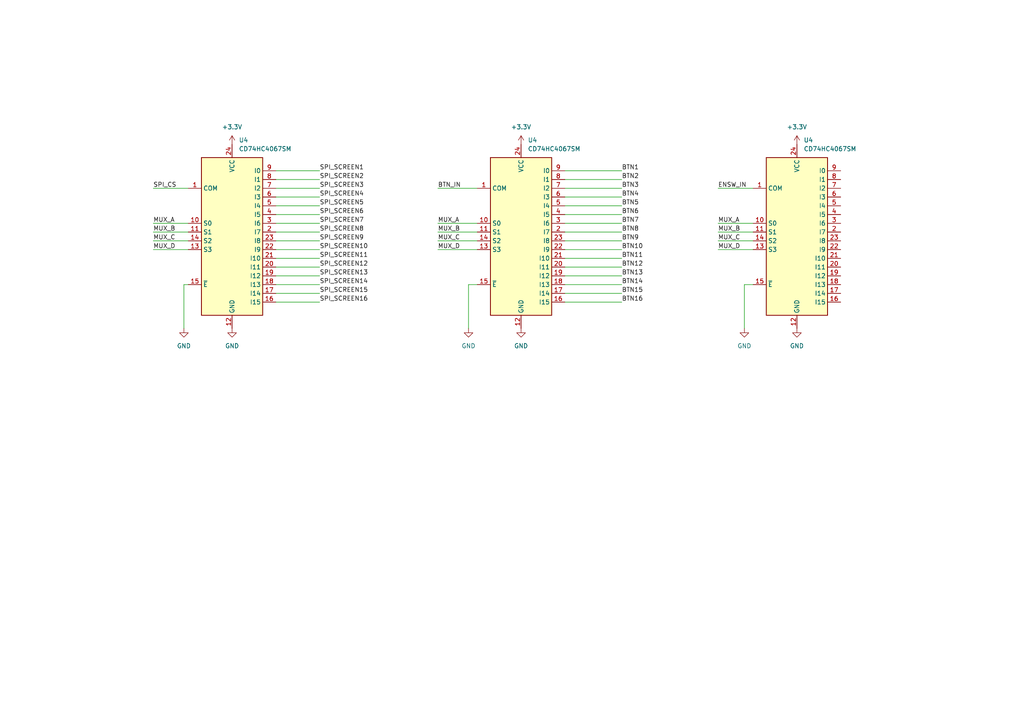
<source format=kicad_sch>
(kicad_sch (version 20230121) (generator eeschema)
  (paper "A4")
  (lib_symbols
    (symbol "74xx:CD74HC4067SM"
      (property "Reference" "U" (at -8.89 22.86 0))
      (property "Value" "CD74HC4067SM" (at 1.27 22.86 0))
      (symbol "CD74HC4067SM_0_1"
        (rectangle (start -8.89 21.59) (end 8.89 -24.13) (stroke (width 0.254)) (fill (type background)))
      )
      (symbol "CD74HC4067SM_1_1"
        (pin passive line (at -12.7 12.7 0) (length 3.81) (name "COM") (number "1"))
        (pin input line (at -12.7 2.54 0) (length 3.81) (name "S0") (number "10"))
        (pin input line (at -12.7 0 0) (length 3.81) (name "S1") (number "11"))
        (pin power_in line (at 0 -27.94 90) (length 3.81) (name "GND") (number "12"))
        (pin input line (at -12.7 -5.08 0) (length 3.81) (name "S3") (number "13"))
        (pin input line (at -12.7 -2.54 0) (length 3.81) (name "S2") (number "14"))
        (pin input line (at -12.7 -15.24 0) (length 3.81) (name "~{E}") (number "15"))
        (pin passive line (at 12.7 -20.32 180) (length 3.81) (name "I15") (number "16"))
        (pin passive line (at 12.7 -17.78 180) (length 3.81) (name "I14") (number "17"))
        (pin passive line (at 12.7 -15.24 180) (length 3.81) (name "I13") (number "18"))
        (pin passive line (at 12.7 -12.7 180) (length 3.81) (name "I12") (number "19"))
        (pin passive line (at 12.7 0 180) (length 3.81) (name "I7") (number "2"))
        (pin passive line (at 12.7 -10.16 180) (length 3.81) (name "I11") (number "20"))
        (pin passive line (at 12.7 -7.62 180) (length 3.81) (name "I10") (number "21"))
        (pin passive line (at 12.7 -5.08 180) (length 3.81) (name "I9") (number "22"))
        (pin passive line (at 12.7 -2.54 180) (length 3.81) (name "I8") (number "23"))
        (pin power_in line (at 0 25.4 270) (length 3.81) (name "VCC") (number "24"))
        (pin passive line (at 12.7 2.54 180) (length 3.81) (name "I6") (number "3"))
        (pin passive line (at 12.7 5.08 180) (length 3.81) (name "I5") (number "4"))
        (pin passive line (at 12.7 7.62 180) (length 3.81) (name "I4") (number "5"))
        (pin passive line (at 12.7 10.16 180) (length 3.81) (name "I3") (number "6"))
        (pin passive line (at 12.7 12.7 180) (length 3.81) (name "I2") (number "7"))
        (pin passive line (at 12.7 15.24 180) (length 3.81) (name "I1") (number "8"))
        (pin passive line (at 12.7 17.78 180) (length 3.81) (name "I0") (number "9"))
      )
    )
    (symbol "power:+3.3V" (power) (pin_names (offset 0))
      (property "Value" "+3.3V" (at 0 3.556 0))
      (symbol "+3.3V_0_1"
        (polyline (pts (xy -0.762 1.27) (xy 0 2.54)))
        (polyline (pts (xy 0 0) (xy 0 2.54)))
        (polyline (pts (xy 0 2.54) (xy 0.762 1.27)))
      )
      (symbol "+3.3V_1_1"
        (pin power_in line (at 0 0 90) (length 0) hide (name "+3.3V") (number "1"))
      )
    )
    (symbol "power:GND" (power) (pin_names (offset 0))
      (property "Value" "GND" (at 0 -3.81 0))
      (symbol "GND_0_1"
        (polyline (pts (xy 0 0) (xy 0 -1.27) (xy 1.27 -1.27) (xy 0 -2.54) (xy -1.27 -1.27) (xy 0 -1.27)))
      )
      (symbol "GND_1_1"
        (pin power_in line (at 0 0 270) (length 0) hide (name "GND") (number "1"))
      )
    )
  )
  (wire (pts (xy 80.01 67.31) (xy 92.71 67.31)))
  (wire (pts (xy 135.89 82.55) (xy 135.89 95.25)))
  (wire (pts (xy 163.83 80.01) (xy 180.34 80.01)))
  (wire (pts (xy 80.01 64.77) (xy 92.71 64.77)))
  (wire (pts (xy 163.83 64.77) (xy 180.34 64.77)))
  (wire (pts (xy 80.01 87.63) (xy 92.71 87.63)))
  (wire (pts (xy 163.83 85.09) (xy 180.34 85.09)))
  (wire (pts (xy 163.83 87.63) (xy 180.34 87.63)))
  (wire (pts (xy 80.01 62.23) (xy 92.71 62.23)))
  (wire (pts (xy 80.01 49.53) (xy 92.71 49.53)))
  (wire (pts (xy 163.83 49.53) (xy 180.34 49.53)))
  (wire (pts (xy 44.45 72.39) (xy 54.61 72.39)))
  (wire (pts (xy 163.83 54.61) (xy 180.34 54.61)))
  (wire (pts (xy 127 64.77) (xy 138.43 64.77)))
  (wire (pts (xy 163.83 59.69) (xy 180.34 59.69)))
  (wire (pts (xy 80.01 72.39) (xy 92.71 72.39)))
  (wire (pts (xy 163.83 72.39) (xy 180.34 72.39)))
  (wire (pts (xy 208.28 72.39) (xy 218.44 72.39)))
  (wire (pts (xy 44.45 64.77) (xy 54.61 64.77)))
  (wire (pts (xy 163.83 82.55) (xy 180.34 82.55)))
  (wire (pts (xy 163.83 67.31) (xy 180.34 67.31)))
  (wire (pts (xy 127 69.85) (xy 138.43 69.85)))
  (wire (pts (xy 208.28 69.85) (xy 218.44 69.85)))
  (wire (pts (xy 80.01 82.55) (xy 92.71 82.55)))
  (wire (pts (xy 138.43 82.55) (xy 135.89 82.55)))
  (wire (pts (xy 80.01 57.15) (xy 92.71 57.15)))
  (wire (pts (xy 80.01 80.01) (xy 92.71 80.01)))
  (wire (pts (xy 163.83 57.15) (xy 180.34 57.15)))
  (wire (pts (xy 163.83 74.93) (xy 180.34 74.93)))
  (wire (pts (xy 80.01 52.07) (xy 92.71 52.07)))
  (wire (pts (xy 80.01 59.69) (xy 92.71 59.69)))
  (wire (pts (xy 127 67.31) (xy 138.43 67.31)))
  (wire (pts (xy 215.9 82.55) (xy 215.9 95.25)))
  (wire (pts (xy 80.01 85.09) (xy 92.71 85.09)))
  (wire (pts (xy 80.01 77.47) (xy 92.71 77.47)))
  (wire (pts (xy 208.28 64.77) (xy 218.44 64.77)))
  (wire (pts (xy 163.83 77.47) (xy 180.34 77.47)))
  (wire (pts (xy 208.28 67.31) (xy 218.44 67.31)))
  (wire (pts (xy 163.83 52.07) (xy 180.34 52.07)))
  (wire (pts (xy 44.45 54.61) (xy 54.61 54.61)))
  (wire (pts (xy 44.45 67.31) (xy 54.61 67.31)))
  (wire (pts (xy 218.44 82.55) (xy 215.9 82.55)))
  (wire (pts (xy 44.45 69.85) (xy 54.61 69.85)))
  (wire (pts (xy 127 54.61) (xy 138.43 54.61)))
  (wire (pts (xy 163.83 69.85) (xy 180.34 69.85)))
  (wire (pts (xy 54.61 82.55) (xy 53.34 82.55)))
  (wire (pts (xy 208.28 54.61) (xy 218.44 54.61)))
  (wire (pts (xy 127 72.39) (xy 138.43 72.39)))
  (wire (pts (xy 80.01 69.85) (xy 92.71 69.85)))
  (wire (pts (xy 80.01 54.61) (xy 92.71 54.61)))
  (wire (pts (xy 80.01 74.93) (xy 92.71 74.93)))
  (wire (pts (xy 163.83 62.23) (xy 180.34 62.23)))
  (wire (pts (xy 53.34 82.55) (xy 53.34 95.25)))
  (label "BTN4" (at 180.34 57.15 0))
  (label "MUX_A" (at 127 64.77 0))
  (label "BTN_IN" (at 127 54.61 0))
  (label "MUX_D" (at 208.28 72.39 0))
  (label "SPI_CS" (at 44.45 54.61 0))
  (label "SPI_SCREEN6" (at 92.71 62.23 0))
  (label "BTN2" (at 180.34 52.07 0))
  (label "BTN5" (at 180.34 59.69 0))
  (label "BTN6" (at 180.34 62.23 0))
  (label "SPI_SCREEN5" (at 92.71 59.69 0))
  (label "SPI_SCREEN9" (at 92.71 69.85 0))
  (label "BTN13" (at 180.34 80.01 0))
  (label "MUX_C" (at 127 69.85 0))
  (label "SPI_SCREEN4" (at 92.71 57.15 0))
  (label "BTN3" (at 180.34 54.61 0))
  (label "MUX_B" (at 44.45 67.31 0))
  (label "SPI_SCREEN2" (at 92.71 52.07 0))
  (label "BTN16" (at 180.34 87.63 0))
  (label "SPI_SCREEN1" (at 92.71 49.53 0))
  (label "BTN9" (at 180.34 69.85 0))
  (label "MUX_C" (at 208.28 69.85 0))
  (label "BTN12" (at 180.34 77.47 0))
  (label "BTN11" (at 180.34 74.93 0))
  (label "SPI_SCREEN14" (at 92.71 82.55 0))
  (label "SPI_SCREEN3" (at 92.71 54.61 0))
  (label "SPI_SCREEN10" (at 92.71 72.39 0))
  (label "MUX_D" (at 127 72.39 0))
  (label "MUX_D" (at 44.45 72.39 0))
  (label "BTN14" (at 180.34 82.55 0))
  (label "SPI_SCREEN16" (at 92.71 87.63 0))
  (label "BTN7" (at 180.34 64.77 0))
  (label "SPI_SCREEN7" (at 92.71 64.77 0))
  (label "SPI_SCREEN15" (at 92.71 85.09 0))
  (label "MUX_A" (at 44.45 64.77 0))
  (label "SPI_SCREEN13" (at 92.71 80.01 0))
  (label "SPI_SCREEN8" (at 92.71 67.31 0))
  (label "MUX_B" (at 127 67.31 0))
  (label "ENSW_IN" (at 208.28 54.61 0))
  (label "MUX_A" (at 208.28 64.77 0))
  (label "BTN1" (at 180.34 49.53 0))
  (label "BTN15" (at 180.34 85.09 0))
  (label "SPI_SCREEN11" (at 92.71 74.93 0))
  (label "BTN10" (at 180.34 72.39 0))
  (label "BTN8" (at 180.34 67.31 0))
  (label "MUX_C" (at 44.45 69.85 0))
  (label "SPI_SCREEN12" (at 92.71 77.47 0))
  (label "MUX_B" (at 208.28 67.31 0))
  (symbol (lib_id "74xx:CD74HC4067SM") (at 67.31 67.31 0) (unit 1)
    (property "Reference" "U4" (at 69.2659 40.64 0) (effects (justify left)))
    (property "Value" "CD74HC4067SM" (at 69.2659 43.18 0) (effects (justify left)))
    (property "Footprint" "Package_SO:SSOP-24_5.3x8.2mm_P0.65mm" (effects hide))
    (property "Datasheet" "http://www.ti.com/lit/ds/symlink/cd74hc4067.pdf" (effects hide))
    (property "LCSC" "C98457" (effects hide))
  )
  (symbol (lib_id "power:+3.3V") (at 67.31 41.91 0) (unit 1)
    (property "Reference" "#PWR058" (effects hide))
    (property "Value" "+3.3V" (at 67.31 36.83 0))
  )
  (symbol (lib_id "power:+3.3V") (at 231.14 41.91 0) (unit 1)
    (property "Reference" "#PWR060" (effects hide))
    (property "Value" "+3.3V" (at 231.14 36.83 0))
  )
  (symbol (lib_id "74xx:CD74HC4067SM") (at 151.13 67.31 0) (unit 1)
    (property "Reference" "U4" (at 153.0859 40.64 0) (effects (justify left)))
    (property "Value" "CD74HC4067SM" (at 153.0859 43.18 0) (effects (justify left)))
    (property "Footprint" "Package_SO:SSOP-24_5.3x8.2mm_P0.65mm" (effects hide))
    (property "Datasheet" "http://www.ti.com/lit/ds/symlink/cd74hc4067.pdf" (effects hide))
    (property "LCSC" "C98457" (effects hide))
    (instances (project "freedeck-smd" (path "" (reference "U4") (unit 1)) (path "" (reference "U5") (unit 1))))
  )
  (symbol (lib_id "power:GND") (at 135.89 95.25 0) (unit 1)
    (property "Reference" "#PWR065" (effects hide))
    (property "Value" "GND" (at 135.89 100.33 0))
  )
  (symbol (lib_id "power:GND") (at 215.9 95.25 0) (unit 1)
    (property "Reference" "#PWR066" (effects hide))
    (property "Value" "GND" (at 215.9 100.33 0))
  )
  (symbol (lib_id "power:GND") (at 53.34 95.25 0) (unit 1)
    (property "Reference" "#PWR062" (effects hide))
    (property "Value" "GND" (at 53.34 100.33 0))
  )
  (symbol (lib_id "power:GND") (at 231.14 95.25 0) (unit 1)
    (property "Reference" "#PWR064" (effects hide))
    (property "Value" "GND" (at 231.14 100.33 0))
  )
  (symbol (lib_id "power:GND") (at 151.13 95.25 0) (unit 1)
    (property "Reference" "#PWR063" (effects hide))
    (property "Value" "GND" (at 151.13 100.33 0))
  )
  (symbol (lib_id "power:+3.3V") (at 151.13 41.91 0) (unit 1)
    (property "Reference" "#PWR059" (effects hide))
    (property "Value" "+3.3V" (at 151.13 36.83 0))
  )
  (symbol (lib_id "power:GND") (at 67.31 95.25 0) (unit 1)
    (property "Reference" "#PWR061" (effects hide))
    (property "Value" "GND" (at 67.31 100.33 0))
  )
  (symbol (lib_id "74xx:CD74HC4067SM") (at 231.14 67.31 0) (unit 1)
    (property "Reference" "U4" (at 233.0959 40.64 0) (effects (justify left)))
    (property "Value" "CD74HC4067SM" (at 233.0959 43.18 0) (effects (justify left)))
    (property "Footprint" "Package_SO:SSOP-24_5.3x8.2mm_P0.65mm" (effects hide))
    (property "Datasheet" "http://www.ti.com/lit/ds/symlink/cd74hc4067.pdf" (effects hide))
    (property "LCSC" "C98457" (effects hide))
    (instances (project "freedeck-smd" (path "" (reference "U4") (unit 1)) (path "" (reference "U6") (unit 1))))
  )
)
</source>
